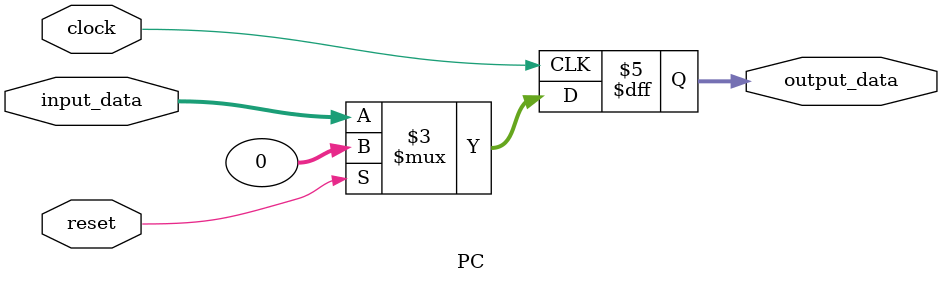
<source format=v>
module PC (
    input [31:0] input_data,
    input clock,
    input reset,
    output reg [31:0] output_data
);

    always @(posedge clock) begin
        if (reset)
            output_data <= 32'b0;
        else
            output_data <= input_data;
    end

endmodule

</source>
